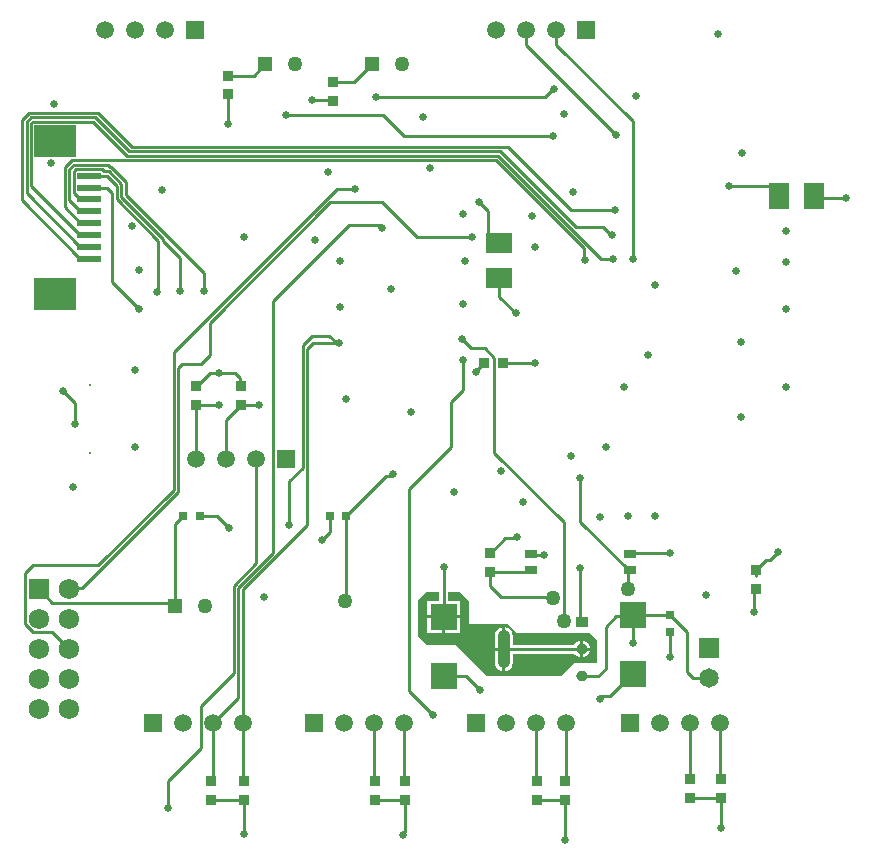
<source format=gbl>
G04*
G04 #@! TF.GenerationSoftware,Altium Limited,Altium Designer,22.9.1 (49)*
G04*
G04 Layer_Physical_Order=4*
G04 Layer_Color=16711680*
%FSLAX24Y24*%
%MOIN*%
G70*
G04*
G04 #@! TF.SameCoordinates,54DEFAFE-76A2-4419-BEBC-3D5CD7468304*
G04*
G04*
G04 #@! TF.FilePolarity,Positive*
G04*
G01*
G75*
%ADD14C,0.0100*%
%ADD21R,0.0390X0.0307*%
%ADD28R,0.0374X0.0354*%
%ADD29R,0.0354X0.0374*%
%ADD53C,0.0679*%
%ADD54R,0.0679X0.0679*%
%ADD55C,0.0128*%
%ADD56R,0.0591X0.0591*%
%ADD57C,0.0591*%
%ADD58C,0.0650*%
%ADD59R,0.0650X0.0650*%
%ADD60C,0.0502*%
%ADD61R,0.0502X0.0502*%
%ADD62C,0.0250*%
%ADD63C,0.0500*%
%ADD79R,0.0395X0.0343*%
G04:AMPARAMS|DCode=80|XSize=39.5mil|YSize=34.3mil|CornerRadius=17.2mil|HoleSize=0mil|Usage=FLASHONLY|Rotation=180.000|XOffset=0mil|YOffset=0mil|HoleType=Round|Shape=RoundedRectangle|*
%AMROUNDEDRECTD80*
21,1,0.0395,0.0000,0,0,180.0*
21,1,0.0052,0.0343,0,0,180.0*
1,1,0.0343,-0.0026,0.0000*
1,1,0.0343,0.0026,0.0000*
1,1,0.0343,0.0026,0.0000*
1,1,0.0343,-0.0026,0.0000*
%
%ADD80ROUNDEDRECTD80*%
G04:AMPARAMS|DCode=81|XSize=39.5mil|YSize=125.3mil|CornerRadius=17.2mil|HoleSize=0mil|Usage=FLASHONLY|Rotation=180.000|XOffset=0mil|YOffset=0mil|HoleType=Round|Shape=RoundedRectangle|*
%AMROUNDEDRECTD81*
21,1,0.0395,0.0909,0,0,180.0*
21,1,0.0051,0.1253,0,0,180.0*
1,1,0.0344,-0.0026,0.0454*
1,1,0.0344,0.0026,0.0454*
1,1,0.0344,0.0026,-0.0454*
1,1,0.0344,-0.0026,-0.0454*
%
%ADD81ROUNDEDRECTD81*%
%ADD82R,0.1417X0.1055*%
%ADD83R,0.0787X0.0240*%
%ADD84R,0.0276X0.0276*%
%ADD85R,0.0709X0.0878*%
%ADD86R,0.0878X0.0709*%
%ADD87R,0.0276X0.0276*%
%ADD88R,0.0906X0.0866*%
G36*
X16700Y9800D02*
Y9050D01*
X18000D01*
X18300Y8750D01*
X20700D01*
X20943Y8507D01*
Y7750D01*
X20200D01*
X19750Y7300D01*
X17300D01*
X16400Y8200D01*
X16250Y8350D01*
X15300D01*
X15000Y8650D01*
Y9850D01*
X15250Y10100D01*
X15697D01*
Y9817D01*
X15297D01*
Y9334D01*
X15850D01*
X16403D01*
Y9817D01*
X16003D01*
Y10100D01*
X16400D01*
X16700Y9800D01*
D02*
G37*
%LPC*%
G36*
X16403Y9234D02*
X15900D01*
Y8751D01*
X16403D01*
Y9234D01*
D02*
G37*
G36*
X15800D02*
X15297D01*
Y8751D01*
X15800D01*
Y9234D01*
D02*
G37*
G36*
X20494Y8471D02*
Y8250D01*
X20738D01*
X20735Y8271D01*
X20708Y8337D01*
X20664Y8394D01*
X20608Y8437D01*
X20541Y8465D01*
X20494Y8471D01*
D02*
G37*
G36*
X17800Y8926D02*
X17753Y8919D01*
X17687Y8892D01*
X17630Y8848D01*
X17587Y8792D01*
X17559Y8725D01*
X17550Y8654D01*
Y8250D01*
X17800D01*
Y8926D01*
D02*
G37*
G36*
X20738Y8150D02*
X20494D01*
Y7929D01*
X20541Y7935D01*
X20608Y7963D01*
X20664Y8006D01*
X20708Y8063D01*
X20735Y8129D01*
X20738Y8150D01*
D02*
G37*
G36*
X17900Y8926D02*
Y8200D01*
Y7474D01*
X17947Y7481D01*
X18013Y7508D01*
X18070Y7552D01*
X18113Y7608D01*
X18141Y7675D01*
X18150Y7746D01*
Y8047D01*
X20193D01*
X20225Y8006D01*
X20281Y7963D01*
X20348Y7935D01*
X20394Y7929D01*
Y8200D01*
Y8471D01*
X20348Y8465D01*
X20281Y8437D01*
X20225Y8394D01*
X20193Y8353D01*
X18150D01*
Y8654D01*
X18141Y8725D01*
X18113Y8792D01*
X18070Y8848D01*
X18013Y8892D01*
X17947Y8919D01*
X17900Y8926D01*
D02*
G37*
G36*
X17800Y8150D02*
X17550D01*
Y7746D01*
X17559Y7675D01*
X17587Y7608D01*
X17630Y7552D01*
X17687Y7508D01*
X17753Y7481D01*
X17800Y7474D01*
Y8150D01*
D02*
G37*
%LPD*%
D14*
X6800Y9750D02*
X6900Y9650D01*
X2350Y10200D02*
X2800Y9750D01*
X6800D01*
X14700Y6800D02*
Y13550D01*
Y6800D02*
X15500Y6000D01*
X17400Y10300D02*
X17750Y9950D01*
X17400Y10300D02*
Y10770D01*
X17750Y9950D02*
X19450D01*
X19500Y9900D01*
X19850Y9150D02*
Y12424D01*
X17538Y14737D02*
X19850Y12424D01*
X17410Y10770D02*
X18696D01*
X7850Y20150D02*
Y20750D01*
X5254Y23346D02*
X7850Y20750D01*
X20400Y9146D02*
X20444Y9102D01*
X20400Y9146D02*
Y10900D01*
X13800Y23100D02*
X14950Y21950D01*
X16800D01*
X15850Y9284D02*
Y10950D01*
X17850Y8200D02*
X20444D01*
X9600Y11066D02*
Y14550D01*
X7600Y14439D02*
Y16335D01*
X8600Y14550D02*
Y15845D01*
X19600Y28350D02*
Y28850D01*
X18600Y28350D02*
Y28850D01*
X26260Y10850D02*
X26599Y11189D01*
X26739D02*
X27000Y11450D01*
X26250Y10850D02*
X26260D01*
X26599Y11189D02*
X26739D01*
X26250Y10650D02*
Y10850D01*
X17025Y23100D02*
X17311Y22814D01*
Y22029D02*
X17615Y21725D01*
X17311Y22029D02*
Y22814D01*
X10700Y13791D02*
X11150Y14241D01*
Y18333D02*
X11467Y18650D01*
X11150Y14241D02*
Y18333D01*
X11300Y12342D02*
Y18200D01*
X11500Y18400D01*
X9150Y10192D02*
X11300Y12342D01*
X11500Y18400D02*
X12284D01*
X12034Y18650D02*
X12284Y18400D01*
X11467Y18650D02*
X12034D01*
X12284Y18400D02*
X12350D01*
X10700Y12350D02*
Y13791D01*
X22150Y8400D02*
Y9334D01*
X21250Y7550D02*
Y8950D01*
X20998Y7298D02*
X21250Y7550D01*
X20444Y7298D02*
X20998D01*
X9066Y16999D02*
Y17234D01*
X8900Y17400D02*
X9066Y17234D01*
Y16999D02*
X9100Y16965D01*
X8350Y17400D02*
X8900D01*
X8045D02*
X8350D01*
X7600Y16965D02*
X7610D01*
X8045Y17400D01*
X18776Y11350D02*
X19200D01*
X18750Y11376D02*
X18776Y11350D01*
X17615Y21725D02*
X17700D01*
X12062Y23100D02*
X13800D01*
X11450Y26500D02*
X12135D01*
X12150Y26485D01*
X19492Y26873D02*
X19511D01*
X19219Y26600D02*
X19492Y26873D01*
X13600Y26600D02*
X19219D01*
X12865Y27115D02*
X13450Y27700D01*
X12150Y27115D02*
X12865D01*
X8650Y25700D02*
Y26683D01*
X8657Y26690D01*
X9520Y27320D02*
X9900Y27700D01*
X8657Y27320D02*
X9520D01*
X8657Y26690D02*
X8672Y26705D01*
X7755Y4905D02*
Y6305D01*
X6650Y3800D02*
X7755Y4905D01*
X6650Y2900D02*
Y3800D01*
X7755Y6305D02*
X8850Y7400D01*
Y10316D01*
X9600Y11066D01*
X8150Y5733D02*
X9000Y6583D01*
Y10254D01*
X10150Y11404D01*
X8150Y3865D02*
Y5733D01*
X9200Y2050D02*
Y3185D01*
X14500Y2041D02*
X14550Y2091D01*
Y3185D01*
X14500Y2000D02*
Y2041D01*
X19900Y1850D02*
Y3185D01*
X25100Y2250D02*
Y3235D01*
X24050D02*
X25100D01*
X18950Y3185D02*
X19900D01*
X13550D02*
X14550D01*
X8100D02*
X9200D01*
X17185Y17740D02*
Y17750D01*
X16924Y17426D02*
Y17479D01*
X17185Y17740D01*
X20100Y22850D02*
X21550D01*
X18002Y24948D02*
X20100Y22850D01*
X20527Y21220D02*
Y21573D01*
X17602Y24498D02*
X20527Y21573D01*
Y21220D02*
X20573Y21173D01*
X21433Y22000D02*
X21450D01*
X20250Y22274D02*
X21159D01*
X21433Y22000D01*
X17726Y24798D02*
X20250Y22274D01*
X21488Y21212D02*
X21500Y21200D01*
X17664Y24648D02*
X21100Y21212D01*
X21488D01*
X12050Y12100D02*
Y12650D01*
X11800Y11850D02*
X12050Y12100D01*
X5254Y23346D02*
Y23771D01*
X4746Y24278D02*
X5254Y23771D01*
X3513Y24348D02*
X4652D01*
X4722Y24278D01*
X4746D01*
X5104Y23259D02*
Y23709D01*
X4684Y24128D02*
X5104Y23709D01*
X4515Y24128D02*
X4684D01*
X4445Y24198D02*
X4515Y24128D01*
X5104Y23259D02*
X6487Y21875D01*
X3516Y24139D02*
X3575Y24198D01*
X6487Y21813D02*
X7050Y21250D01*
Y20150D02*
Y21250D01*
X3575Y24198D02*
X4445D01*
X6487Y21813D02*
Y21875D01*
X4954Y23196D02*
X6337Y21813D01*
X4950Y23462D02*
X4954Y23459D01*
X4950Y23462D02*
Y23650D01*
X6337Y20137D02*
Y21813D01*
X4954Y23196D02*
Y23459D01*
X3550Y15700D02*
Y16400D01*
X3150Y16800D02*
X3550Y16400D01*
X7726Y12650D02*
X8300D01*
X8700Y12250D01*
X1900Y10750D02*
X2150Y11000D01*
X4338D02*
X6850Y13512D01*
X2150Y11000D02*
X4338D01*
X1900Y9028D02*
Y10750D01*
X6850Y13512D02*
Y18100D01*
X1900Y9028D02*
X2168Y8760D01*
X3350Y10200D02*
X3381Y10231D01*
X3781D02*
X7000Y13450D01*
Y17575D01*
X3381Y10231D02*
X3781D01*
X28225Y23250D02*
X29250D01*
X28175Y23300D02*
X28225Y23250D01*
X22074Y11400D02*
X23400D01*
X22050Y11376D02*
X22074Y11400D01*
X20400Y12433D02*
Y13900D01*
X22009Y10824D02*
X22050D01*
X20400Y12433D02*
X22009Y10824D01*
X23400Y7950D02*
Y8774D01*
X23950Y7450D02*
X24150Y7250D01*
X23950Y7450D02*
Y8776D01*
X23400Y9326D02*
X23950Y8776D01*
X22130Y7366D02*
X22150D01*
X21050Y6550D02*
X21127Y6627D01*
X21391D01*
X22130Y7366D01*
X16584Y7316D02*
X17050Y6850D01*
X15850Y7316D02*
X16584D01*
X16100Y16450D02*
X16500Y16850D01*
Y17850D01*
X17815Y17750D02*
X18900D01*
X17700Y19950D02*
Y20575D01*
Y19950D02*
X18250Y19400D01*
X14700Y13550D02*
X16100Y14950D01*
Y16450D01*
X26200Y9450D02*
Y10035D01*
X5364Y24798D02*
X17726D01*
X5450Y24948D02*
X18002D01*
X1799Y25848D02*
X2033Y26083D01*
X4315D01*
X5450Y24948D01*
X1799Y23159D02*
Y25848D01*
Y23159D02*
X3736Y21222D01*
X4010D01*
X5302Y24648D02*
X17664D01*
X2095Y25933D02*
X4229D01*
X5364Y24798D01*
X1949Y23403D02*
Y25786D01*
X2095Y25933D01*
X1949Y23403D02*
X3736Y21616D01*
X4010D01*
X2157Y25783D02*
X4167D01*
X5302Y24648D01*
X22150Y21200D02*
Y25800D01*
X2099Y25724D02*
X2157Y25783D01*
X2099Y23647D02*
Y25724D01*
Y23647D02*
X3736Y22009D01*
X4010D01*
X3450Y24498D02*
X17602D01*
X3216Y22923D02*
Y24264D01*
X3450Y24498D01*
X3216Y22923D02*
X3736Y22403D01*
X4010D01*
X3366Y24202D02*
X3513Y24348D01*
X3366Y23167D02*
Y24202D01*
Y23167D02*
X3736Y22797D01*
X4010D01*
X3516Y23411D02*
Y24139D01*
Y23411D02*
X3736Y23191D01*
X4010D01*
X6300Y20100D02*
X6337Y20137D01*
X4804Y20446D02*
Y23396D01*
Y20446D02*
X5700Y19550D01*
X4622Y23978D02*
X4950Y23650D01*
X4010Y23978D02*
X4622D01*
X4616Y23584D02*
X4804Y23396D01*
X4010Y23584D02*
X4616D01*
X26721Y23650D02*
X27025Y23346D01*
Y23300D02*
Y23346D01*
X25350Y23650D02*
X26721D01*
X18600Y28350D02*
X21600Y25350D01*
X19600Y28350D02*
X22150Y25800D01*
X8050Y19088D02*
X12062Y23100D01*
X7764Y17705D02*
X8050Y17991D01*
Y19088D01*
X7615Y16350D02*
X8350D01*
X7600Y16335D02*
X7615Y16350D01*
X9115D02*
X9700D01*
X9100Y16335D02*
X9115Y16350D01*
X7130Y17705D02*
X7764D01*
X7000Y17575D02*
X7130Y17705D01*
X6850Y18100D02*
X12300Y23550D01*
X12900D01*
X8600Y15845D02*
X9090Y16335D01*
X9100D01*
X9150Y3865D02*
X9200Y3815D01*
X9150Y5733D02*
Y10192D01*
Y3865D02*
Y5733D01*
X2168Y8760D02*
X2790D01*
X3350Y8200D01*
X17400Y11400D02*
X17410D01*
X17900Y11890D01*
X18240D01*
X18300Y11950D01*
X18696Y10770D02*
X18750Y10824D01*
X22000Y10200D02*
Y10774D01*
X22050Y10824D01*
X10150Y19800D02*
X12700Y22350D01*
X10150Y11404D02*
Y19800D01*
X6900Y12376D02*
X7174Y12650D01*
X6900Y9650D02*
Y12376D01*
X12576Y9826D02*
Y12624D01*
X12550Y9800D02*
X12576Y9826D01*
Y12624D02*
X12601Y12650D01*
X13925Y13973D02*
X14073D01*
X12601Y12650D02*
X13925Y13973D01*
X14073D02*
X14150Y14050D01*
X17538Y14737D02*
Y17903D01*
X17215Y18226D02*
X17538Y17903D01*
X16450Y18550D02*
X16774Y18226D01*
X17215D01*
X12700Y22350D02*
X13741D01*
X13800Y22291D01*
Y22250D02*
Y22291D01*
X25070Y3895D02*
Y5733D01*
Y3895D02*
X25100Y3865D01*
X24050D02*
X24070Y3885D01*
Y5733D01*
X19920Y3835D02*
Y5733D01*
X19900Y3815D02*
X19920Y3835D01*
X18920Y3845D02*
Y5733D01*
Y3845D02*
X18950Y3815D01*
X14520Y3845D02*
X14550Y3815D01*
X14520Y3845D02*
Y5733D01*
X13520Y3845D02*
Y5733D01*
Y3845D02*
X13550Y3815D01*
X8100D02*
X8150Y3865D01*
X21250Y8950D02*
X21606Y9306D01*
X22122D01*
X22150Y9334D01*
X24150Y7250D02*
X24700D01*
X22150Y9334D02*
X22159Y9326D01*
X23400D01*
X14534Y25300D02*
X19500D01*
X13834Y26000D02*
X14534Y25300D01*
X10600Y26000D02*
X13834D01*
D21*
X18750Y10824D02*
D03*
Y11376D02*
D03*
X22050Y10824D02*
D03*
Y11376D02*
D03*
D28*
X8100Y3815D02*
D03*
Y3185D02*
D03*
X9200Y3815D02*
D03*
Y3185D02*
D03*
X18950D02*
D03*
Y3815D02*
D03*
X19900Y3185D02*
D03*
Y3815D02*
D03*
X13550Y3185D02*
D03*
Y3815D02*
D03*
X14550Y3185D02*
D03*
Y3815D02*
D03*
X17400Y11400D02*
D03*
Y10770D02*
D03*
X9100Y16335D02*
D03*
Y16965D02*
D03*
X7600Y16335D02*
D03*
Y16965D02*
D03*
X24050Y3235D02*
D03*
Y3865D02*
D03*
X25100Y3235D02*
D03*
Y3865D02*
D03*
X26250Y10220D02*
D03*
Y10850D02*
D03*
X12150Y26485D02*
D03*
Y27115D02*
D03*
X8657Y26690D02*
D03*
Y27320D02*
D03*
D29*
X17815Y17750D02*
D03*
X17185D02*
D03*
D53*
X3350Y6200D02*
D03*
X2350D02*
D03*
X3350Y7200D02*
D03*
X2350D02*
D03*
X3350Y8200D02*
D03*
X2350D02*
D03*
X3350Y9200D02*
D03*
X2350D02*
D03*
X3350Y10200D02*
D03*
D54*
X2350D02*
D03*
D55*
X4050Y17000D02*
D03*
Y14724D02*
D03*
D56*
X7550Y28850D02*
D03*
X6150Y5733D02*
D03*
X20600Y28850D02*
D03*
X16920Y5733D02*
D03*
X11520D02*
D03*
X10600Y14550D02*
D03*
X22070Y5733D02*
D03*
D57*
X6550Y28850D02*
D03*
X5550D02*
D03*
X4550D02*
D03*
X7150Y5733D02*
D03*
X8150D02*
D03*
X9150D02*
D03*
X17600Y28850D02*
D03*
X18600D02*
D03*
X19600D02*
D03*
X19920Y5733D02*
D03*
X18920D02*
D03*
X17920D02*
D03*
X14520D02*
D03*
X13520D02*
D03*
X12520D02*
D03*
X7600Y14550D02*
D03*
X8600D02*
D03*
X9600D02*
D03*
X25070Y5733D02*
D03*
X24070D02*
D03*
X23070D02*
D03*
D58*
X24700Y7250D02*
D03*
D59*
Y8250D02*
D03*
D60*
X7900Y9650D02*
D03*
X14450Y27700D02*
D03*
X10900D02*
D03*
D61*
X6900Y9650D02*
D03*
X13450Y27700D02*
D03*
X9900D02*
D03*
D62*
X15500Y6000D02*
D03*
X7850Y20150D02*
D03*
X20400Y10900D02*
D03*
X16800Y21950D02*
D03*
X25000Y28700D02*
D03*
X15850Y10950D02*
D03*
X27000Y11450D02*
D03*
X5550Y17500D02*
D03*
Y14950D02*
D03*
X18500Y13100D02*
D03*
X20100Y14650D02*
D03*
X20150Y23450D02*
D03*
X16500Y22700D02*
D03*
X17025Y23100D02*
D03*
X18900Y21600D02*
D03*
X14100Y20200D02*
D03*
X22650Y18000D02*
D03*
X22900Y20350D02*
D03*
X21850Y16950D02*
D03*
X10700Y12350D02*
D03*
X22150Y8400D02*
D03*
X8350Y17400D02*
D03*
X5450Y22300D02*
D03*
X11550Y21850D02*
D03*
X12000Y24100D02*
D03*
X9200Y21950D02*
D03*
X19200Y11350D02*
D03*
X11450Y26500D02*
D03*
X13600Y26600D02*
D03*
X8650Y25700D02*
D03*
X6650Y2900D02*
D03*
X9200Y2050D02*
D03*
X14500Y2000D02*
D03*
X19900Y1850D02*
D03*
X25100Y2250D02*
D03*
X16500Y19700D02*
D03*
X14750Y16100D02*
D03*
X17755Y14130D02*
D03*
X16200Y13450D02*
D03*
X21250Y14950D02*
D03*
X24600Y10000D02*
D03*
X25750Y18450D02*
D03*
Y15950D02*
D03*
X25600Y20800D02*
D03*
X25800Y24750D02*
D03*
X18800Y22650D02*
D03*
X15400Y24223D02*
D03*
X16550Y21150D02*
D03*
X16924Y17426D02*
D03*
X21550Y22850D02*
D03*
X20573Y21173D02*
D03*
X21450Y22000D02*
D03*
X21500Y21200D02*
D03*
X11800Y11850D02*
D03*
X9850Y9950D02*
D03*
X2750Y24403D02*
D03*
X2850Y26358D02*
D03*
X6450Y23500D02*
D03*
X5700Y20850D02*
D03*
X3500Y13600D02*
D03*
X3550Y15700D02*
D03*
X8700Y12250D02*
D03*
X3150Y16800D02*
D03*
X27250Y19550D02*
D03*
Y16950D02*
D03*
Y21100D02*
D03*
Y22150D02*
D03*
X29250Y23250D02*
D03*
X22250Y26650D02*
D03*
X19850Y26050D02*
D03*
X19511Y26873D02*
D03*
X15150Y25950D02*
D03*
X12400Y21150D02*
D03*
Y19600D02*
D03*
X12600Y16550D02*
D03*
X22900Y12650D02*
D03*
X23400Y11400D02*
D03*
X22000Y12650D02*
D03*
X21050Y12600D02*
D03*
X20400Y13900D02*
D03*
X23400Y7950D02*
D03*
X21050Y6550D02*
D03*
X17050Y6850D02*
D03*
X16500Y17850D02*
D03*
X18900Y17750D02*
D03*
X18250Y19400D02*
D03*
X19500Y25300D02*
D03*
X21600Y25350D02*
D03*
X26200Y9450D02*
D03*
X22150Y21200D02*
D03*
X7050Y20150D02*
D03*
X6300Y20100D02*
D03*
X5700Y19550D02*
D03*
X25350Y23650D02*
D03*
X8350Y16350D02*
D03*
X9700D02*
D03*
X12900Y23550D02*
D03*
X12350Y18400D02*
D03*
X18300Y11950D02*
D03*
X14150Y14050D02*
D03*
X16450Y18550D02*
D03*
X13800Y22250D02*
D03*
X10600Y26000D02*
D03*
D63*
X19500Y9900D02*
D03*
X19850Y9150D02*
D03*
X22000Y10200D02*
D03*
X12550Y9800D02*
D03*
D79*
X20444Y9102D02*
D03*
D80*
Y8200D02*
D03*
Y7298D02*
D03*
D81*
X17850Y8200D02*
D03*
D82*
X2907Y25155D02*
D03*
Y20045D02*
D03*
D83*
X4010Y23978D02*
D03*
Y23584D02*
D03*
Y23191D02*
D03*
Y22797D02*
D03*
Y22403D02*
D03*
Y22009D02*
D03*
Y21616D02*
D03*
Y21222D02*
D03*
D84*
X12601Y12650D02*
D03*
X12050D02*
D03*
X7174D02*
D03*
X7726D02*
D03*
D85*
X27025Y23300D02*
D03*
X28175D02*
D03*
D86*
X17700Y21725D02*
D03*
Y20575D02*
D03*
D87*
X23400Y9326D02*
D03*
Y8774D02*
D03*
D88*
X22150Y9334D02*
D03*
Y7366D02*
D03*
X15850Y9284D02*
D03*
Y7316D02*
D03*
M02*

</source>
